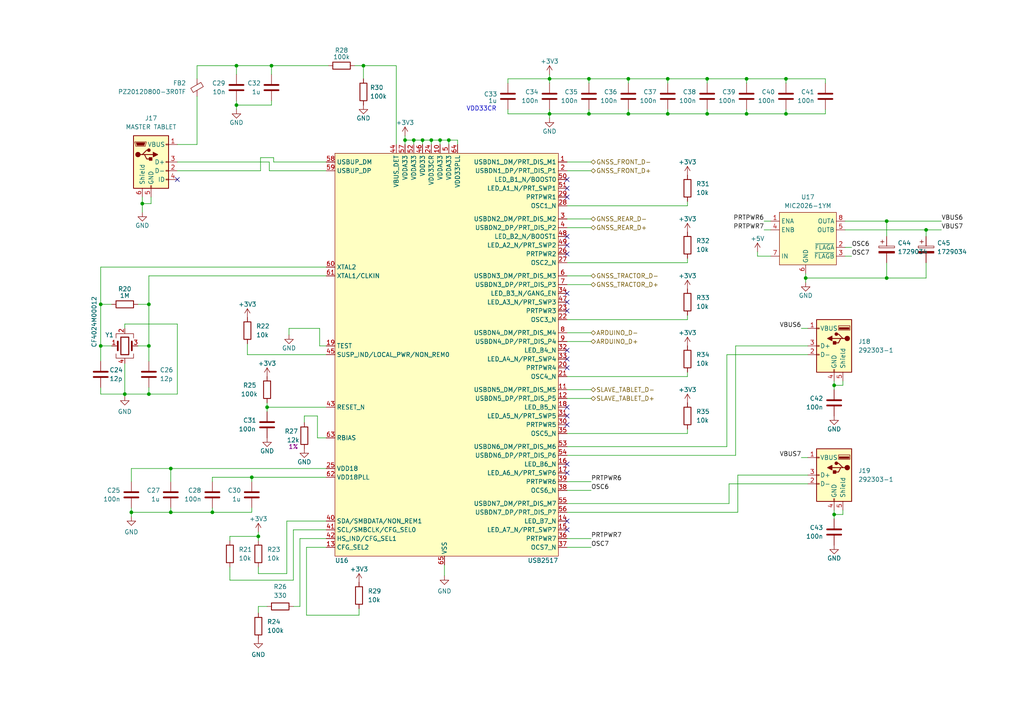
<source format=kicad_sch>
(kicad_sch (version 20230121) (generator eeschema)
  (paper "A4")
  (title_block (title "Tandem Leveller Controller") (date "2025-03-18") (rev "V1.0") (company "(C) andy@britishideas.com 2025") (comment 1 "For personal use only, no commercial use") (comment 2 "Provided as-is, no warranty express or implied. Use at your own risk"))
  (lib_symbols
    (symbol "BritishIdeas2:MIC2026-1YM"
      (property "Reference" "U" (at 1.27 -1.27 0))
      (property "Value" "MIC2026-1YM" (at 16.51 -1.27 0))
      (symbol "MIC2026-1YM_1_1"
        (rectangle (start 0 15.24) (end 16.51 0) (fill (type background)))
        (pin input line (at -2.54 12.7 0) (length 2.54) (name "ENA") (number "1"))
        (pin input line (at 19.05 5.08 180) (length 2.54) (name "~{FLAGA}") (number "2"))
        (pin input line (at 19.05 2.54 180) (length 2.54) (name "~{FLAGB}") (number "3"))
        (pin input line (at -2.54 10.16 0) (length 2.54) (name "ENB") (number "4"))
        (pin output line (at 19.05 10.16 180) (length 2.54) (name "OUTB") (number "5"))
        (pin power_in line (at 7.62 -2.54 90) (length 2.54) (name "GND") (number "6"))
        (pin input line (at -2.54 2.54 0) (length 2.54) (name "IN") (number "7"))
        (pin output line (at 19.05 12.7 180) (length 2.54) (name "OUTA") (number "8"))
      )
    )
    (symbol "BritishIdeas2:USB2517"
      (property "Reference" "U" (at -80.01 -41.91 0))
      (symbol "USB2517_0_0"
        (pin bidirectional line (at -13.97 73.66 180) (length 2.54) (name "USBDN1_DM/PRT_DIS_M1") (number "1"))
        (pin power_in line (at -50.8 78.74 270) (length 2.54) (name "VDDA33") (number "10"))
        (pin bidirectional line (at -13.97 7.62 180) (length 2.54) (name "USBDN5_DM/PRT_DIS_M5") (number "11"))
        (pin bidirectional line (at -13.97 5.08 180) (length 2.54) (name "USBDN5_DP/PRT_DIS_P5") (number "12"))
        (pin input line (at -83.82 -38.1 0) (length 2.54) (name "CFG_SEL2") (number "13"))
        (pin output line (at -13.97 -30.48 180) (length 2.54) (name "LED_B7_N") (number "14"))
        (pin passive line (at -13.97 -33.02 180) (length 2.54) (name "LED_A7_N/PRT_SWP7") (number "15"))
        (pin output line (at -13.97 -13.97 180) (length 2.54) (name "LED_B6_N") (number "16"))
        (pin passive line (at -13.97 -16.51 180) (length 2.54) (name "LED_A6_N/PRT_SWP6") (number "17"))
        (pin output line (at -13.97 2.54 180) (length 2.54) (name "LED_B5_N") (number "18"))
        (pin input line (at -83.82 20.32 0) (length 2.54) (name "TEST") (number "19"))
        (pin bidirectional line (at -13.97 71.12 180) (length 2.54) (name "USBDN1_DP/PRT_DIS_P1") (number "2"))
        (pin passive line (at -13.97 13.97 180) (length 2.54) (name "PRTPWR4") (number "20"))
        (pin passive line (at -13.97 11.43 180) (length 2.54) (name "OSC4_N") (number "21"))
        (pin passive line (at -13.97 27.94 180) (length 2.54) (name "OSC3_N") (number "22"))
        (pin passive line (at -13.97 30.48 180) (length 2.54) (name "PRTPWR3") (number "23"))
        (pin passive line (at -53.34 78.74 270) (length 2.54) (name "VDD33CR") (number "24"))
        (pin passive line (at -83.82 -15.24 0) (length 2.54) (name "VDD18") (number "25"))
        (pin passive line (at -13.97 46.99 180) (length 2.54) (name "PRTPWR2") (number "26"))
        (pin passive line (at -13.97 44.45 180) (length 2.54) (name "OSC2_N") (number "27"))
        (pin passive line (at -13.97 60.96 180) (length 2.54) (name "OSC1_N") (number "28"))
        (pin passive line (at -13.97 63.5 180) (length 2.54) (name "PRTPWR1") (number "29"))
        (pin bidirectional line (at -13.97 57.15 180) (length 2.54) (name "USBDN2_DM/PRT_DIS_M2") (number "3"))
        (pin passive line (at -13.97 -2.54 180) (length 2.54) (name "PRTPWR5") (number "30"))
        (pin passive line (at -13.97 0 180) (length 2.54) (name "LED_A5_N/PRT_SWP5") (number "31"))
        (pin output line (at -13.97 19.05 180) (length 2.54) (name "LED_B4_N") (number "32"))
        (pin passive line (at -13.97 16.51 180) (length 2.54) (name "LED_A4_N/PRT_SWP4") (number "33"))
        (pin passive line (at -13.97 35.56 180) (length 2.54) (name "LED_B3_N/GANG_EN") (number "34"))
        (pin passive line (at -13.97 -5.08 180) (length 2.54) (name "OSC5_N") (number "35"))
        (pin passive line (at -13.97 -35.56 180) (length 2.54) (name "PRTPWR7") (number "36"))
        (pin passive line (at -13.97 -38.1 180) (length 2.54) (name "OCS7_N") (number "37"))
        (pin passive line (at -13.97 -21.59 180) (length 2.54) (name "OCS6_N") (number "38"))
        (pin passive line (at -13.97 -19.05 180) (length 2.54) (name "PRTPWR6") (number "39"))
        (pin bidirectional line (at -13.97 54.61 180) (length 2.54) (name "USBDN2_DP/PRT_DIS_P2") (number "4"))
        (pin passive line (at -83.82 -30.48 0) (length 2.54) (name "SDA/SMBDATA/NON_REM1") (number "40"))
        (pin passive line (at -83.82 -33.02 0) (length 2.54) (name "SCL/SMBCLK/CFG_SEL0") (number "41"))
        (pin passive line (at -83.82 -35.56 0) (length 2.54) (name "HS_IND/CFG_SEL1") (number "42"))
        (pin input line (at -83.82 2.54 0) (length 2.54) (name "RESET_N") (number "43"))
        (pin input line (at -63.5 78.74 270) (length 2.54) (name "VBUS_DET") (number "44"))
        (pin passive line (at -83.82 17.78 0) (length 2.54) (name "SUSP_IND/LOCAL_PWR/NON_REM0") (number "45"))
        (pin power_in line (at -55.88 78.74 270) (length 2.54) (name "VDD33") (number "46"))
        (pin passive line (at -13.97 33.02 180) (length 2.54) (name "LED_A3_N/PRT_SWP3") (number "47"))
        (pin passive line (at -13.97 52.07 180) (length 2.54) (name "LED_B2_N/BOOST1") (number "48"))
        (pin passive line (at -13.97 49.53 180) (length 2.54) (name "LED_A2_N/PRT_SWP2") (number "49"))
        (pin power_in line (at -48.26 78.74 270) (length 2.54) (name "VDDA33") (number "5"))
        (pin passive line (at -13.97 68.58 180) (length 2.54) (name "LED_B1_N/BOOST0") (number "50"))
        (pin passive line (at -13.97 66.04 180) (length 2.54) (name "LED_A1_N/PRT_SWP1") (number "51"))
        (pin power_in line (at -58.42 78.74 270) (length 2.54) (name "VDDA33") (number "52"))
        (pin bidirectional line (at -13.97 -8.89 180) (length 2.54) (name "USBDN6_DM/PRT_DIS_M6") (number "53"))
        (pin bidirectional line (at -13.97 -11.43 180) (length 2.54) (name "USBDN6_DP/PRT_DIS_P6") (number "54"))
        (pin bidirectional line (at -13.97 -25.4 180) (length 2.54) (name "USBDN7_DM/PRT_DIS_M7") (number "55"))
        (pin bidirectional line (at -13.97 -27.94 180) (length 2.54) (name "USBDN7_DP/PRT_DIS_P7") (number "56"))
        (pin power_in line (at -60.96 78.74 270) (length 2.54) (name "VDDA33") (number "57"))
        (pin bidirectional line (at -13.97 40.64 180) (length 2.54) (name "USBDN3_DM/PRT_DIS_M3") (number "6"))
        (pin passive line (at -83.82 43.18 0) (length 2.54) (name "XTAL2") (number "60"))
        (pin passive line (at -83.82 40.64 0) (length 2.54) (name "XTAL1/CLKIN") (number "61"))
        (pin passive line (at -83.82 -17.78 0) (length 2.54) (name "VDD18PLL") (number "62"))
        (pin input line (at -83.82 -6.35 0) (length 2.54) (name "RBIAS") (number "63"))
        (pin passive line (at -45.72 78.74 270) (length 2.54) (name "VDD33PLL") (number "64"))
        (pin bidirectional line (at -13.97 38.1 180) (length 2.54) (name "USBDN3_DP/PRT_DIS_P3") (number "7"))
        (pin bidirectional line (at -13.97 24.13 180) (length 2.54) (name "USBDN4_DM/PRT_DIS_M4") (number "8"))
        (pin bidirectional line (at -13.97 21.59 180) (length 2.54) (name "USBDN4_DP/PRT_DIS_P4") (number "9"))
      )
      (symbol "USB2517_1_0"
        (pin bidirectional line (at -83.82 73.66 0) (length 2.54) (name "USBUP_DM") (number "58"))
        (pin bidirectional line (at -83.82 71.12 0) (length 2.54) (name "USBUP_DP") (number "59"))
      )
      (symbol "USB2517_1_1"
        (rectangle (start -81.28 76.2) (end -16.51 -40.64) (fill (type background)))
        (pin power_in line (at -49.53 -43.18 90) (length 2.54) (name "VSS") (number "65"))
      )
    )
    (symbol "Connector:USB_A" (pin_names (offset 1.016))
      (property "Reference" "J" (at -5.08 11.43 0))
      (property "Value" "USB_A" (at -5.08 8.89 0))
      (symbol "USB_A_0_1"
        (rectangle (start -5.08 -7.62) (end 5.08 7.62) (stroke (width 0.254)) (fill (type background)))
        (circle (center -3.81 2.159) (radius 0.635) (stroke (width 0.254)) (fill (type outline)))
        (rectangle (start -1.524 4.826) (end -4.318 5.334) (fill (type outline)))
        (rectangle (start -1.27 4.572) (end -4.572 5.842))
        (circle (center -0.635 3.429) (radius 0.381) (stroke (width 0.254)) (fill (type outline)))
        (rectangle (start -0.127 -7.62) (end 0.127 -6.858))
        (polyline (pts (xy -3.175 2.159) (xy -2.54 2.159) (xy -1.27 3.429) (xy -0.635 3.429)) (stroke (width 0.254)))
        (polyline (pts (xy -2.54 2.159) (xy -1.905 2.159) (xy -1.27 0.889) (xy 0 0.889)) (stroke (width 0.254)))
        (polyline (pts (xy 0.635 2.794) (xy 0.635 1.524) (xy 1.905 2.159) (xy 0.635 2.794)) (stroke (width 0.254)) (fill (type outline)))
        (rectangle (start 0.254 1.27) (end -0.508 0.508) (stroke (width 0.254)) (fill (type outline)))
        (rectangle (start 5.08 -2.667) (end 4.318 -2.413))
        (rectangle (start 5.08 -0.127) (end 4.318 0.127))
        (rectangle (start 5.08 4.953) (end 4.318 5.207))
      )
      (symbol "USB_A_1_1"
        (polyline (pts (xy -1.905 2.159) (xy 0.635 2.159)) (stroke (width 0.254)))
        (pin power_in line (at 7.62 5.08 180) (length 2.54) (name "VBUS") (number "1"))
        (pin bidirectional line (at 7.62 -2.54 180) (length 2.54) (name "D-") (number "2"))
        (pin bidirectional line (at 7.62 0 180) (length 2.54) (name "D+") (number "3"))
        (pin power_in line (at 0 -10.16 90) (length 2.54) (name "GND") (number "4"))
        (pin passive line (at -2.54 -10.16 90) (length 2.54) (name "Shield") (number "5"))
      )
    )
    (symbol "Connector:USB_B_Mini" (pin_names (offset 1.016))
      (property "Reference" "J" (at -5.08 11.43 0))
      (property "Value" "USB_B_Mini" (at -5.08 8.89 0))
      (symbol "USB_B_Mini_0_1"
        (rectangle (start -5.08 -7.62) (end 5.08 7.62) (stroke (width 0.254)) (fill (type background)))
        (circle (center -3.81 2.159) (radius 0.635) (stroke (width 0.254)) (fill (type outline)))
        (circle (center -0.635 3.429) (radius 0.381) (stroke (width 0.254)) (fill (type outline)))
        (rectangle (start -0.127 -7.62) (end 0.127 -6.858))
        (polyline (pts (xy -1.905 2.159) (xy 0.635 2.159)) (stroke (width 0.254)))
        (polyline (pts (xy -3.175 2.159) (xy -2.54 2.159) (xy -1.27 3.429) (xy -0.635 3.429)) (stroke (width 0.254)))
        (polyline (pts (xy -2.54 2.159) (xy -1.905 2.159) (xy -1.27 0.889) (xy 0 0.889)) (stroke (width 0.254)))
        (polyline (pts (xy 0.635 2.794) (xy 0.635 1.524) (xy 1.905 2.159) (xy 0.635 2.794)) (stroke (width 0.254)) (fill (type outline)))
        (polyline (pts (xy -4.318 5.588) (xy -1.778 5.588) (xy -2.032 4.826) (xy -4.064 4.826) (xy -4.318 5.588)) (fill (type outline)))
        (polyline (pts (xy -4.699 5.842) (xy -4.699 5.588) (xy -4.445 4.826) (xy -4.445 4.572) (xy -1.651 4.572) (xy -1.651 4.826) (xy -1.397 5.588) (xy -1.397 5.842) (xy -4.699 5.842)))
        (rectangle (start 0.254 1.27) (end -0.508 0.508) (stroke (width 0.254)) (fill (type outline)))
        (rectangle (start 5.08 -5.207) (end 4.318 -4.953))
        (rectangle (start 5.08 -2.667) (end 4.318 -2.413))
        (rectangle (start 5.08 -0.127) (end 4.318 0.127))
        (rectangle (start 5.08 4.953) (end 4.318 5.207))
      )
      (symbol "USB_B_Mini_1_1"
        (pin power_out line (at 7.62 5.08 180) (length 2.54) (name "VBUS") (number "1"))
        (pin bidirectional line (at 7.62 -2.54 180) (length 2.54) (name "D-") (number "2"))
        (pin bidirectional line (at 7.62 0 180) (length 2.54) (name "D+") (number "3"))
        (pin passive line (at 7.62 -5.08 180) (length 2.54) (name "ID") (number "4"))
        (pin power_out line (at 0 -10.16 90) (length 2.54) (name "GND") (number "5"))
        (pin passive line (at -2.54 -10.16 90) (length 2.54) (name "Shield") (number "6"))
      )
    )
    (symbol "Device:C" (pin_numbers hide) (pin_names (offset 0.254))
      (property "Reference" "C" (at 0.635 2.54 0))
      (property "Value" "C" (at 0.635 -2.54 0))
      (symbol "C_0_1"
        (polyline (pts (xy -2.032 -0.762) (xy 2.032 -0.762)) (stroke (width 0.508)))
        (polyline (pts (xy -2.032 0.762) (xy 2.032 0.762)) (stroke (width 0.508)))
      )
      (symbol "C_1_1"
        (pin passive line (at 0 3.81 270) (length 2.794) (name "~") (number "1"))
        (pin passive line (at 0 -3.81 90) (length 2.794) (name "~") (number "2"))
      )
    )
    (symbol "Device:C_Polarized" (pin_numbers hide) (pin_names (offset 0.254))
      (property "Reference" "C" (at 0.635 2.54 0))
      (property "Value" "C_Polarized" (at 0.635 -2.54 0))
      (symbol "C_Polarized_0_1"
        (rectangle (start -2.286 0.508) (end 2.286 1.016))
        (polyline (pts (xy -1.778 2.286) (xy -0.762 2.286)))
        (polyline (pts (xy -1.27 2.794) (xy -1.27 1.778)))
        (rectangle (start 2.286 -0.508) (end -2.286 -1.016) (fill (type outline)))
      )
      (symbol "C_Polarized_1_1"
        (pin passive line (at 0 3.81 270) (length 2.794) (name "~") (number "1"))
        (pin passive line (at 0 -3.81 90) (length 2.794) (name "~") (number "2"))
      )
    )
    (symbol "Device:Crystal_GND24" (pin_names (offset 1.016) hide)
      (property "Reference" "Y" (at 3.175 5.08 0))
      (property "Value" "Crystal_GND24" (at 3.175 3.175 0))
      (symbol "Crystal_GND24_0_1"
        (rectangle (start -1.143 2.54) (end 1.143 -2.54) (stroke (width 0.3048)))
        (polyline (pts (xy -2.54 0) (xy -2.032 0)))
        (polyline (pts (xy -2.032 -1.27) (xy -2.032 1.27)) (stroke (width 0.508)))
        (polyline (pts (xy 0 -3.81) (xy 0 -3.556)))
        (polyline (pts (xy 0 3.556) (xy 0 3.81)))
        (polyline (pts (xy 2.032 -1.27) (xy 2.032 1.27)) (stroke (width 0.508)))
        (polyline (pts (xy 2.032 0) (xy 2.54 0)))
        (polyline (pts (xy -2.54 -2.286) (xy -2.54 -3.556) (xy 2.54 -3.556) (xy 2.54 -2.286)))
        (polyline (pts (xy -2.54 2.286) (xy -2.54 3.556) (xy 2.54 3.556) (xy 2.54 2.286)))
      )
      (symbol "Crystal_GND24_1_1"
        (pin passive line (at -3.81 0 0) (length 1.27) (name "1") (number "1"))
        (pin passive line (at 0 5.08 270) (length 1.27) (name "2") (number "2"))
        (pin passive line (at 3.81 0 180) (length 1.27) (name "3") (number "3"))
        (pin passive line (at 0 -5.08 90) (length 1.27) (name "4") (number "4"))
      )
    )
    (symbol "Device:FerriteBead_Small" (pin_numbers hide) (pin_names (offset 0))
      (property "Reference" "FB" (at 1.905 1.27 0))
      (property "Value" "FerriteBead_Small" (at 1.905 -1.27 0))
      (symbol "FerriteBead_Small_0_1"
        (polyline (pts (xy 0 -1.27) (xy 0 -0.7874)))
        (polyline (pts (xy 0 0.889) (xy 0 1.2954)))
        (polyline (pts (xy -1.8288 0.2794) (xy -1.1176 1.4986) (xy 1.8288 -0.2032) (xy 1.1176 -1.4224) (xy -1.8288 0.2794)))
      )
      (symbol "FerriteBead_Small_1_1"
        (pin passive line (at 0 2.54 270) (length 1.27) (name "~") (number "1"))
        (pin passive line (at 0 -2.54 90) (length 1.27) (name "~") (number "2"))
      )
    )
    (symbol "Device:R" (pin_numbers hide) (pin_names (offset 0))
      (property "Reference" "R" (at 2.032 0 90))
      (property "Value" "R" (at 0 0 90))
      (symbol "R_0_1"
        (rectangle (start -1.016 -2.54) (end 1.016 2.54) (stroke (width 0.254)))
      )
      (symbol "R_1_1"
        (pin passive line (at 0 3.81 270) (length 1.27) (name "~") (number "1"))
        (pin passive line (at 0 -3.81 90) (length 1.27) (name "~") (number "2"))
      )
    )
    (symbol "power:+3V3" (power) (pin_names (offset 0))
      (property "Value" "+3V3" (at 0 3.556 0))
      (symbol "+3V3_0_1"
        (polyline (pts (xy -0.762 1.27) (xy 0 2.54)))
        (polyline (pts (xy 0 0) (xy 0 2.54)))
        (polyline (pts (xy 0 2.54) (xy 0.762 1.27)))
      )
      (symbol "+3V3_1_1"
        (pin power_in line (at 0 0 90) (length 0) hide (name "+3V3") (number "1"))
      )
    )
    (symbol "power:+5V" (power) (pin_names (offset 0))
      (property "Value" "+5V" (at 0 3.556 0))
      (symbol "+5V_0_1"
        (polyline (pts (xy -0.762 1.27) (xy 0 2.54)))
        (polyline (pts (xy 0 0) (xy 0 2.54)))
        (polyline (pts (xy 0 2.54) (xy 0.762 1.27)))
      )
      (symbol "+5V_1_1"
        (pin power_in line (at 0 0 90) (length 0) hide (name "+5V") (number "1"))
      )
    )
    (symbol "power:GND" (power) (pin_names (offset 0))
      (property "Value" "GND" (at 0 -3.81 0))
      (symbol "GND_0_1"
        (polyline (pts (xy 0 0) (xy 0 -1.27) (xy 1.27 -1.27) (xy 0 -2.54) (xy -1.27 -1.27) (xy 0 -1.27)))
      )
      (symbol "GND_1_1"
        (pin power_in line (at 0 0 270) (length 0) hide (name "GND") (number "1"))
      )
    )
  )
  (junction (at 36.195 114.3))
  (junction (at 29.21 100.33))
  (junction (at 193.675 33.02))
  (junction (at 216.535 22.86))
  (junction (at 257.175 64.135))
  (junction (at 159.385 33.02))
  (junction (at 78.74 19.05))
  (junction (at 193.675 22.86))
  (junction (at 257.175 80.645))
  (junction (at 41.275 59.055))
  (junction (at 77.47 118.11))
  (junction (at 227.965 33.02))
  (junction (at 125.095 40.64))
  (junction (at 170.815 33.02))
  (junction (at 205.105 33.02))
  (junction (at 159.385 22.86))
  (junction (at 182.245 22.86))
  (junction (at 120.015 40.64))
  (junction (at 241.935 149.225))
  (junction (at 127.635 40.64))
  (junction (at 117.475 40.64))
  (junction (at 122.555 40.64))
  (junction (at 205.105 22.86))
  (junction (at 49.53 135.89))
  (junction (at 61.595 148.59))
  (junction (at 43.18 114.3))
  (junction (at 38.1 148.59))
  (junction (at 170.815 22.86))
  (junction (at 29.21 88.265))
  (junction (at 227.965 22.86))
  (junction (at 268.605 66.675))
  (junction (at 105.41 19.05))
  (junction (at 68.58 30.48))
  (junction (at 241.935 111.76))
  (junction (at 216.535 33.02))
  (junction (at 68.58 19.05))
  (junction (at 233.68 80.645))
  (junction (at 73.025 138.43))
  (junction (at 130.175 40.64))
  (junction (at 49.53 148.59))
  (junction (at 43.18 100.33))
  (junction (at 74.93 155.575))
  (junction (at 182.245 33.02))
  (junction (at 43.18 88.265))
  (no_connect (at 164.465 57.15))
  (no_connect (at 51.435 52.07))
  (no_connect (at 164.465 71.12))
  (no_connect (at 164.465 87.63))
  (no_connect (at 164.465 123.19))
  (no_connect (at 164.465 85.09))
  (no_connect (at 164.465 153.67))
  (no_connect (at 164.465 101.6))
  (no_connect (at 164.465 118.11))
  (no_connect (at 164.465 68.58))
  (no_connect (at 164.465 106.68))
  (no_connect (at 164.465 52.07))
  (no_connect (at 164.465 90.17))
  (no_connect (at 164.465 73.66))
  (no_connect (at 164.465 54.61))
  (no_connect (at 164.465 104.14))
  (no_connect (at 164.465 151.13))
  (no_connect (at 164.465 120.65))
  (no_connect (at 164.465 137.16))
  (no_connect (at 164.465 134.62))
  (wire (pts (xy 127.635 40.64) (xy 125.095 40.64)))
  (wire (pts (xy 86.995 156.21) (xy 86.995 175.895)))
  (wire (pts (xy 210.82 129.54) (xy 164.465 129.54)))
  (wire (pts (xy 78.74 19.05) (xy 68.58 19.05)))
  (wire (pts (xy 74.93 175.895) (xy 74.93 177.8)))
  (wire (pts (xy 199.39 125.73) (xy 199.39 124.46)))
  (wire (pts (xy 164.465 92.71) (xy 199.39 92.71)))
  (wire (pts (xy 239.395 33.02) (xy 227.965 33.02)))
  (wire (pts (xy 38.1 135.89) (xy 38.1 139.7)))
  (wire (pts (xy 221.615 64.135) (xy 223.52 64.135)))
  (wire (pts (xy 193.675 22.86) (xy 193.675 24.13)))
  (wire (pts (xy 94.615 156.21) (xy 86.995 156.21)))
  (wire (pts (xy 199.39 76.2) (xy 199.39 74.93)))
  (wire (pts (xy 73.025 148.59) (xy 61.595 148.59)))
  (wire (pts (xy 127.635 40.64) (xy 127.635 41.91)))
  (wire (pts (xy 73.025 138.43) (xy 61.595 138.43)))
  (wire (pts (xy 213.36 132.08) (xy 164.465 132.08)))
  (wire (pts (xy 147.32 22.86) (xy 159.385 22.86)))
  (wire (pts (xy 244.475 110.49) (xy 244.475 111.76)))
  (wire (pts (xy 94.615 158.75) (xy 88.9 158.75)))
  (wire (pts (xy 92.71 95.25) (xy 92.71 100.33)))
  (wire (pts (xy 245.11 66.675) (xy 268.605 66.675)))
  (wire (pts (xy 239.395 31.75) (xy 239.395 33.02)))
  (wire (pts (xy 68.58 21.59) (xy 68.58 19.05)))
  (wire (pts (xy 219.71 73.025) (xy 219.71 74.295)))
  (wire (pts (xy 216.535 22.86) (xy 216.535 24.13)))
  (wire (pts (xy 79.375 46.99) (xy 94.615 46.99)))
  (wire (pts (xy 66.675 155.575) (xy 74.93 155.575)))
  (wire (pts (xy 78.105 46.99) (xy 78.105 49.53)))
  (wire (pts (xy 92.075 127) (xy 94.615 127)))
  (wire (pts (xy 49.53 147.32) (xy 49.53 148.59)))
  (wire (pts (xy 268.605 76.2) (xy 268.605 80.645)))
  (wire (pts (xy 61.595 138.43) (xy 61.595 139.7)))
  (wire (pts (xy 182.245 33.02) (xy 170.815 33.02)))
  (wire (pts (xy 241.935 147.955) (xy 241.935 149.225)))
  (wire (pts (xy 104.14 178.435) (xy 104.14 176.53)))
  (wire (pts (xy 51.435 46.99) (xy 78.105 46.99)))
  (wire (pts (xy 57.15 41.91) (xy 51.435 41.91)))
  (wire (pts (xy 159.385 21.59) (xy 159.385 22.86)))
  (wire (pts (xy 43.18 112.395) (xy 43.18 114.3)))
  (wire (pts (xy 232.41 95.25) (xy 234.315 95.25)))
  (wire (pts (xy 244.475 147.955) (xy 244.475 149.225)))
  (wire (pts (xy 36.195 93.98) (xy 51.435 93.98)))
  (wire (pts (xy 159.385 31.75) (xy 159.385 33.02)))
  (wire (pts (xy 86.995 175.895) (xy 85.09 175.895)))
  (wire (pts (xy 227.965 22.86) (xy 239.395 22.86)))
  (wire (pts (xy 132.715 40.64) (xy 130.175 40.64)))
  (wire (pts (xy 164.465 49.53) (xy 171.45 49.53)))
  (wire (pts (xy 241.935 111.76) (xy 241.935 113.03)))
  (wire (pts (xy 170.815 31.75) (xy 170.815 33.02)))
  (wire (pts (xy 193.675 33.02) (xy 182.245 33.02)))
  (wire (pts (xy 216.535 22.86) (xy 227.965 22.86)))
  (wire (pts (xy 38.1 148.59) (xy 38.1 149.86)))
  (wire (pts (xy 219.71 74.295) (xy 223.52 74.295)))
  (wire (pts (xy 164.465 113.03) (xy 171.45 113.03)))
  (wire (pts (xy 227.965 31.75) (xy 227.965 33.02)))
  (wire (pts (xy 105.41 19.05) (xy 114.935 19.05)))
  (wire (pts (xy 120.015 40.64) (xy 120.015 41.91)))
  (wire (pts (xy 205.105 31.75) (xy 205.105 33.02)))
  (wire (pts (xy 122.555 40.64) (xy 120.015 40.64)))
  (wire (pts (xy 227.965 22.86) (xy 227.965 24.13)))
  (wire (pts (xy 43.815 57.15) (xy 43.815 59.055)))
  (wire (pts (xy 78.74 19.05) (xy 95.25 19.05)))
  (wire (pts (xy 164.465 109.22) (xy 199.39 109.22)))
  (wire (pts (xy 211.455 140.335) (xy 234.315 140.335)))
  (wire (pts (xy 193.675 31.75) (xy 193.675 33.02)))
  (wire (pts (xy 233.68 80.645) (xy 233.68 79.375)))
  (wire (pts (xy 68.58 19.05) (xy 57.15 19.05)))
  (wire (pts (xy 51.435 49.53) (xy 75.565 49.53)))
  (wire (pts (xy 36.195 95.25) (xy 36.195 93.98)))
  (wire (pts (xy 85.09 168.275) (xy 66.675 168.275)))
  (wire (pts (xy 73.025 138.43) (xy 94.615 138.43)))
  (wire (pts (xy 36.195 114.3) (xy 36.195 114.935)))
  (wire (pts (xy 193.675 22.86) (xy 205.105 22.86)))
  (wire (pts (xy 164.465 158.75) (xy 171.45 158.75)))
  (wire (pts (xy 128.905 163.83) (xy 128.905 167.005)))
  (wire (pts (xy 77.47 175.895) (xy 74.93 175.895)))
  (wire (pts (xy 221.615 66.675) (xy 223.52 66.675)))
  (wire (pts (xy 79.375 45.72) (xy 79.375 46.99)))
  (wire (pts (xy 29.21 100.33) (xy 32.385 100.33)))
  (wire (pts (xy 38.1 147.32) (xy 38.1 148.59)))
  (wire (pts (xy 68.58 29.21) (xy 68.58 30.48)))
  (wire (pts (xy 36.195 105.41) (xy 36.195 114.3)))
  (wire (pts (xy 170.815 22.86) (xy 182.245 22.86)))
  (wire (pts (xy 94.615 153.67) (xy 85.09 153.67)))
  (wire (pts (xy 29.21 112.395) (xy 29.21 114.3)))
  (wire (pts (xy 73.025 147.32) (xy 73.025 148.59)))
  (wire (pts (xy 182.245 22.86) (xy 193.675 22.86)))
  (wire (pts (xy 199.39 109.22) (xy 199.39 107.95)))
  (wire (pts (xy 88.9 158.75) (xy 88.9 178.435)))
  (wire (pts (xy 36.195 114.3) (xy 43.18 114.3)))
  (wire (pts (xy 170.815 33.02) (xy 159.385 33.02)))
  (wire (pts (xy 245.11 71.755) (xy 247.015 71.755)))
  (wire (pts (xy 83.185 151.13) (xy 83.185 166.37)))
  (wire (pts (xy 205.105 33.02) (xy 193.675 33.02)))
  (wire (pts (xy 77.47 116.84) (xy 77.47 118.11)))
  (wire (pts (xy 105.41 19.05) (xy 105.41 22.86)))
  (wire (pts (xy 210.82 102.87) (xy 210.82 129.54)))
  (wire (pts (xy 257.175 64.135) (xy 257.175 68.58)))
  (wire (pts (xy 257.175 76.2) (xy 257.175 80.645)))
  (wire (pts (xy 68.58 30.48) (xy 68.58 31.75)))
  (wire (pts (xy 77.47 118.11) (xy 77.47 119.38)))
  (wire (pts (xy 75.565 49.53) (xy 75.565 45.72)))
  (wire (pts (xy 43.815 59.055) (xy 41.275 59.055)))
  (wire (pts (xy 125.095 40.64) (xy 125.095 41.91)))
  (wire (pts (xy 216.535 31.75) (xy 216.535 33.02)))
  (wire (pts (xy 94.615 135.89) (xy 49.53 135.89)))
  (wire (pts (xy 213.36 100.33) (xy 234.315 100.33)))
  (wire (pts (xy 49.53 135.89) (xy 49.53 139.7)))
  (wire (pts (xy 159.385 33.02) (xy 159.385 34.29)))
  (wire (pts (xy 147.32 31.75) (xy 147.32 33.02)))
  (wire (pts (xy 164.465 63.5) (xy 171.45 63.5)))
  (wire (pts (xy 205.105 22.86) (xy 216.535 22.86)))
  (wire (pts (xy 29.21 88.265) (xy 32.385 88.265)))
  (wire (pts (xy 257.175 64.135) (xy 273.05 64.135)))
  (wire (pts (xy 49.53 135.89) (xy 38.1 135.89)))
  (wire (pts (xy 213.995 137.795) (xy 234.315 137.795)))
  (wire (pts (xy 268.605 66.675) (xy 273.05 66.675)))
  (wire (pts (xy 164.465 156.21) (xy 171.45 156.21)))
  (wire (pts (xy 83.185 166.37) (xy 74.93 166.37)))
  (wire (pts (xy 43.18 88.265) (xy 43.18 100.33)))
  (wire (pts (xy 164.465 146.05) (xy 211.455 146.05)))
  (wire (pts (xy 61.595 148.59) (xy 49.53 148.59)))
  (wire (pts (xy 57.15 19.05) (xy 57.15 22.86)))
  (wire (pts (xy 78.105 49.53) (xy 94.615 49.53)))
  (wire (pts (xy 164.465 82.55) (xy 171.45 82.55)))
  (wire (pts (xy 88.9 178.435) (xy 104.14 178.435)))
  (wire (pts (xy 88.265 122.555) (xy 88.265 120.65)))
  (wire (pts (xy 257.175 80.645) (xy 233.68 80.645)))
  (wire (pts (xy 41.275 59.055) (xy 41.275 61.595)))
  (wire (pts (xy 88.265 120.65) (xy 92.075 120.65)))
  (wire (pts (xy 85.09 153.67) (xy 85.09 168.275)))
  (wire (pts (xy 130.175 40.64) (xy 127.635 40.64)))
  (wire (pts (xy 164.465 46.99) (xy 171.45 46.99)))
  (wire (pts (xy 132.715 41.91) (xy 132.715 40.64)))
  (wire (pts (xy 164.465 76.2) (xy 199.39 76.2)))
  (wire (pts (xy 102.87 19.05) (xy 105.41 19.05)))
  (wire (pts (xy 182.245 31.75) (xy 182.245 33.02)))
  (wire (pts (xy 182.245 22.86) (xy 182.245 24.13)))
  (wire (pts (xy 232.41 132.715) (xy 234.315 132.715)))
  (wire (pts (xy 94.615 80.01) (xy 43.18 80.01)))
  (wire (pts (xy 29.21 114.3) (xy 36.195 114.3)))
  (wire (pts (xy 164.465 142.24) (xy 171.45 142.24)))
  (wire (pts (xy 75.565 45.72) (xy 79.375 45.72)))
  (wire (pts (xy 29.21 77.47) (xy 29.21 88.265)))
  (wire (pts (xy 213.36 100.33) (xy 213.36 132.08)))
  (wire (pts (xy 245.11 74.295) (xy 247.015 74.295)))
  (wire (pts (xy 94.615 77.47) (xy 29.21 77.47)))
  (wire (pts (xy 199.39 92.71) (xy 199.39 91.44)))
  (wire (pts (xy 43.18 100.33) (xy 40.005 100.33)))
  (wire (pts (xy 114.935 41.91) (xy 114.935 19.05)))
  (wire (pts (xy 170.815 22.86) (xy 170.815 24.13)))
  (wire (pts (xy 245.11 64.135) (xy 257.175 64.135)))
  (wire (pts (xy 164.465 125.73) (xy 199.39 125.73)))
  (wire (pts (xy 74.93 166.37) (xy 74.93 164.465)))
  (wire (pts (xy 51.435 114.3) (xy 43.18 114.3)))
  (wire (pts (xy 164.465 99.06) (xy 171.45 99.06)))
  (wire (pts (xy 57.15 27.94) (xy 57.15 41.91)))
  (wire (pts (xy 244.475 149.225) (xy 241.935 149.225)))
  (wire (pts (xy 147.32 24.13) (xy 147.32 22.86)))
  (wire (pts (xy 239.395 24.13) (xy 239.395 22.86)))
  (wire (pts (xy 268.605 66.675) (xy 268.605 68.58)))
  (wire (pts (xy 66.675 168.275) (xy 66.675 164.465)))
  (wire (pts (xy 125.095 40.64) (xy 122.555 40.64)))
  (wire (pts (xy 94.615 118.11) (xy 77.47 118.11)))
  (wire (pts (xy 83.82 95.25) (xy 92.71 95.25)))
  (wire (pts (xy 120.015 40.64) (xy 117.475 40.64)))
  (wire (pts (xy 49.53 148.59) (xy 38.1 148.59)))
  (wire (pts (xy 78.74 29.21) (xy 78.74 30.48)))
  (wire (pts (xy 117.475 40.64) (xy 117.475 41.91)))
  (wire (pts (xy 147.32 33.02) (xy 159.385 33.02)))
  (wire (pts (xy 164.465 96.52) (xy 171.45 96.52)))
  (wire (pts (xy 94.615 102.87) (xy 71.755 102.87)))
  (wire (pts (xy 92.71 100.33) (xy 94.615 100.33)))
  (wire (pts (xy 268.605 80.645) (xy 257.175 80.645)))
  (wire (pts (xy 164.465 66.04) (xy 171.45 66.04)))
  (wire (pts (xy 43.18 100.33) (xy 43.18 104.775)))
  (wire (pts (xy 164.465 80.01) (xy 171.45 80.01)))
  (wire (pts (xy 41.275 57.15) (xy 41.275 59.055)))
  (wire (pts (xy 159.385 22.86) (xy 159.385 24.13)))
  (wire (pts (xy 117.475 39.37) (xy 117.475 40.64)))
  (wire (pts (xy 73.025 139.7) (xy 73.025 138.43)))
  (wire (pts (xy 164.465 139.7) (xy 171.45 139.7)))
  (wire (pts (xy 210.82 102.87) (xy 234.315 102.87)))
  (wire (pts (xy 244.475 111.76) (xy 241.935 111.76)))
  (wire (pts (xy 83.82 97.155) (xy 83.82 95.25)))
  (wire (pts (xy 241.935 110.49) (xy 241.935 111.76)))
  (wire (pts (xy 94.615 151.13) (xy 83.185 151.13)))
  (wire (pts (xy 43.18 80.01) (xy 43.18 88.265)))
  (wire (pts (xy 213.995 148.59) (xy 213.995 137.795)))
  (wire (pts (xy 122.555 40.64) (xy 122.555 41.91)))
  (wire (pts (xy 211.455 140.335) (xy 211.455 146.05)))
  (wire (pts (xy 78.74 21.59) (xy 78.74 19.05)))
  (wire (pts (xy 164.465 148.59) (xy 213.995 148.59)))
  (wire (pts (xy 51.435 93.98) (xy 51.435 114.3)))
  (wire (pts (xy 233.68 81.915) (xy 233.68 80.645)))
  (wire (pts (xy 241.935 149.225) (xy 241.935 150.495)))
  (wire (pts (xy 216.535 33.02) (xy 205.105 33.02)))
  (wire (pts (xy 199.39 59.69) (xy 199.39 58.42)))
  (wire (pts (xy 74.93 155.575) (xy 74.93 154.305)))
  (wire (pts (xy 61.595 147.32) (xy 61.595 148.59)))
  (wire (pts (xy 227.965 33.02) (xy 216.535 33.02)))
  (wire (pts (xy 29.21 88.265) (xy 29.21 100.33)))
  (wire (pts (xy 40.005 88.265) (xy 43.18 88.265)))
  (wire (pts (xy 130.175 40.64) (xy 130.175 41.91)))
  (wire (pts (xy 78.74 30.48) (xy 68.58 30.48)))
  (wire (pts (xy 205.105 22.86) (xy 205.105 24.13)))
  (wire (pts (xy 66.675 156.845) (xy 66.675 155.575)))
  (wire (pts (xy 71.755 102.87) (xy 71.755 99.695)))
  (wire (pts (xy 164.465 115.57) (xy 171.45 115.57)))
  (wire (pts (xy 74.93 156.845) (xy 74.93 155.575)))
  (wire (pts (xy 29.21 100.33) (xy 29.21 104.775)))
  (wire (pts (xy 164.465 59.69) (xy 199.39 59.69)))
  (wire (pts (xy 92.075 120.65) (xy 92.075 127)))
  (wire (pts (xy 159.385 22.86) (xy 170.815 22.86)))
  (text "VDD33CR" (at 135.255 32.385 0) (effects (font (size 1.27 1.27)) (justify left bottom)))
  (label "OSC6" (at 171.45 142.24 0))
  (label "VBUS6" (at 232.41 95.25 180))
  (label "OSC7" (at 247.015 74.295 0))
  (label "VBUS7" (at 273.05 66.675 0))
  (label "VBUS6" (at 273.05 64.135 0))
  (label "PRTPWR6" (at 221.615 64.135 180))
  (label "OSC7" (at 171.45 158.75 0))
  (label "PRTPWR7" (at 221.615 66.675 180))
  (label "VBUS7" (at 232.41 132.715 180))
  (label "OSC6" (at 247.015 71.755 0))
  (label "PRTPWR7" (at 171.45 156.21 0))
  (label "PRTPWR6" (at 171.45 139.7 0))
  (hierarchical_label "GNSS_TRACTOR_D-" (shape bidirectional) (at 171.45 80.01 0))
  (hierarchical_label "GNSS_TRACTOR_D+" (shape bidirectional) (at 171.45 82.55 0))
  (hierarchical_label "ARDUINO_D+" (shape bidirectional) (at 171.45 99.06 0))
  (hierarchical_label "SLAVE_TABLET_D-" (shape bidirectional) (at 171.45 113.03 0))
  (hierarchical_label "GNSS_FRONT_D+" (shape bidirectional) (at 171.45 49.53 0))
  (hierarchical_label "GNSS_FRONT_D-" (shape bidirectional) (at 171.45 46.99 0))
  (hierarchical_label "SLAVE_TABLET_D+" (shape bidirectional) (at 171.45 115.57 0))
  (hierarchical_label "GNSS_REAR_D+" (shape bidirectional) (at 171.45 66.04 0))
  (hierarchical_label "GNSS_REAR_D-" (shape bidirectional) (at 171.45 63.5 0))
  (hierarchical_label "ARDUINO_D-" (shape bidirectional) (at 171.45 96.52 0))
  (symbol (lib_id "power:GND") (at 36.195 114.935 0) (unit 1)
    (property "Reference" "#PWR057" (effects hide))
    (property "Value" "GND" (at 36.195 119.38 0))
  )
  (symbol (lib_id "power:GND") (at 68.58 31.75 0) (unit 1)
    (property "Reference" "#PWR060" (effects hide))
    (property "Value" "GND" (at 68.58 35.56 0))
  )
  (symbol (lib_id "power:GND") (at 38.1 149.86 0) (unit 1)
    (property "Reference" "#PWR058" (effects hide))
    (property "Value" "GND" (at 38.1 154.305 0))
  )
  (symbol (lib_id "Device:R") (at 36.195 88.265 90) (unit 1)
    (property "Reference" "R20" (at 36.195 83.82 90))
    (property "Value" "1M" (at 36.195 85.725 90))
    (property "Footprint" "Resistor_SMD:R_0805_2012Metric" (effects hide))
    (property "LCSC" "C17514" (effects hide))
  )
  (symbol (lib_id "Device:R") (at 88.265 126.365 0) (unit 1)
    (property "Reference" "R27" (at 82.55 125.095 0) (effects (justify left)))
    (property "Value" "12k" (at 83.185 127.635 0) (effects (justify left)))
    (property "Footprint" "Resistor_SMD:R_0805_2012Metric" (effects hide))
    (property "Tolerance" "1%" (at 85.09 129.54 0))
    (property "LCSC" "C17444" (effects hide))
  )
  (symbol (lib_id "Device:FerriteBead_Small") (at 57.15 25.4 0) (mirror y) (unit 1)
    (property "Reference" "FB2" (at 53.975 24.0919 0) (effects (justify left)))
    (property "Value" "PZ2012D800-3R0TF" (at 53.975 26.6319 0) (effects (justify left)))
    (property "Footprint" "Resistor_SMD:R_0805_2012Metric" (effects hide))
    (property "manf#" "PZ2012D800-3R0TF" (effects hide))
    (property "LCSC" "C12389" (effects hide))
  )
  (symbol (lib_id "Device:C") (at 78.74 25.4 0) (mirror y) (unit 1)
    (property "Reference" "C32" (at 71.755 24.13 0) (effects (justify right)))
    (property "Value" "1u" (at 73.025 26.67 0) (effects (justify right)))
    (property "Footprint" "Capacitor_SMD:C_0805_2012Metric" (effects hide))
    (property "LCSC" "C24123" (effects hide))
  )
  (symbol (lib_id "Device:C") (at 159.385 27.94 0) (mirror y) (unit 1)
    (property "Reference" "C34" (at 156.21 26.6699 0) (effects (justify left)))
    (property "Value" "100n" (at 156.21 29.2099 0) (effects (justify left)))
    (property "Footprint" "Capacitor_SMD:C_0805_2012Metric" (effects hide))
    (property "LCSC" "C1711" (effects hide))
  )
  (symbol (lib_id "Device:C") (at 239.395 27.94 0) (mirror y) (unit 1)
    (property "Reference" "C41" (at 236.22 26.6699 0) (effects (justify left)))
    (property "Value" "100n" (at 236.22 29.2099 0) (effects (justify left)))
    (property "Footprint" "Capacitor_SMD:C_0805_2012Metric" (effects hide))
    (property "LCSC" "C1711" (effects hide))
  )
  (symbol (lib_id "Device:R") (at 74.93 160.655 0) (unit 1)
    (property "Reference" "R23" (at 77.47 159.385 0) (effects (justify left)))
    (property "Value" "10k" (at 77.47 161.925 0) (effects (justify left)))
    (property "Footprint" "Resistor_SMD:R_0805_2012Metric" (effects hide))
    (property "LCSC" "C17414" (effects hide))
  )
  (symbol (lib_id "power:GND") (at 105.41 30.48 0) (unit 1)
    (property "Reference" "#PWR069" (effects hide))
    (property "Value" "GND" (at 105.41 34.29 0))
  )
  (symbol (lib_id "Device:R") (at 199.39 54.61 0) (unit 1)
    (property "Reference" "R31" (at 201.93 53.34 0) (effects (justify left)))
    (property "Value" "10k" (at 201.93 55.88 0) (effects (justify left)))
    (property "Footprint" "Resistor_SMD:R_0805_2012Metric" (effects hide))
    (property "LCSC" "C17414" (effects hide))
  )
  (symbol (lib_id "Device:C") (at 241.935 154.305 0) (mirror y) (unit 1)
    (property "Reference" "C43" (at 238.76 153.0349 0) (effects (justify left)))
    (property "Value" "100n" (at 238.76 155.5749 0) (effects (justify left)))
    (property "Footprint" "Capacitor_SMD:C_0805_2012Metric" (effects hide))
    (property "LCSC" "C1711" (effects hide))
  )
  (symbol (lib_id "power:+3V3") (at 104.14 168.91 0) (unit 1)
    (property "Reference" "#PWR068" (effects hide))
    (property "Value" "+3V3" (at 104.14 165.1 0))
  )
  (symbol (lib_id "power:GND") (at 83.82 97.155 0) (unit 1)
    (property "Reference" "#PWR066" (effects hide))
    (property "Value" "GND" (at 83.82 100.965 0))
  )
  (symbol (lib_id "Device:C_Polarized") (at 268.605 72.39 0) (unit 1)
    (property "Reference" "C45" (at 271.78 70.485 0) (effects (justify left)))
    (property "Value" "1729034" (at 271.78 73.025 0) (effects (justify left)))
    (property "Footprint" "Capacitor_SMD:CP_Elec_6.3x5.9" (effects hide))
    (property "manf#" "UUD1C101MCL1GS" (effects hide))
    (property "LCSC" "C340733" (effects hide))
  )
  (symbol (lib_id "Device:C") (at 227.965 27.94 0) (mirror y) (unit 1)
    (property "Reference" "C40" (at 224.79 26.6699 0) (effects (justify left)))
    (property "Value" "100n" (at 224.79 29.2099 0) (effects (justify left)))
    (property "Footprint" "Capacitor_SMD:C_0805_2012Metric" (effects hide))
    (property "LCSC" "C1711" (effects hide))
  )
  (symbol (lib_id "Device:R") (at 71.755 95.885 0) (unit 1)
    (property "Reference" "R22" (at 74.295 94.615 0) (effects (justify left)))
    (property "Value" "10k" (at 74.295 97.155 0) (effects (justify left)))
    (property "Footprint" "Resistor_SMD:R_0805_2012Metric" (effects hide))
    (property "LCSC" "C17414" (effects hide))
  )
  (symbol (lib_id "Device:C") (at 38.1 143.51 0) (mirror y) (unit 1)
    (property "Reference" "C25" (at 34.925 142.2399 0) (effects (justify left)))
    (property "Value" "100n" (at 34.925 144.7799 0) (effects (justify left)))
    (property "Footprint" "Capacitor_SMD:C_0805_2012Metric" (effects hide))
    (property "LCSC" "C1711" (effects hide))
  )
  (symbol (lib_id "power:+3V3") (at 199.39 67.31 0) (unit 1)
    (property "Reference" "#PWR075" (effects hide))
    (property "Value" "+3V3" (at 199.39 63.5 0))
  )
  (symbol (lib_id "Connector:USB_B_Mini") (at 43.815 46.99 0) (unit 1)
    (property "Reference" "J17" (at 43.815 34.29 0))
    (property "Value" "MASTER TABLET" (at 43.815 36.83 0))
    (property "Footprint" "Connector_USB:USB_Micro-B_Amphenol_10103594-0001LF_Horizontal" (effects hide))
    (property "manf#" "10103594-0001LF" (effects hide))
    (property "LCSC" "C428495" (effects hide))
  )
  (symbol (lib_id "Device:C") (at 29.21 108.585 0) (mirror y) (unit 1)
    (property "Reference" "C24" (at 31.75 107.315 0) (effects (justify right)))
    (property "Value" "12p" (at 31.75 109.855 0) (effects (justify right)))
    (property "Footprint" "Capacitor_SMD:C_0805_2012Metric" (effects hide))
    (property "LCSC" "C1792" (effects hide))
  )
  (symbol (lib_id "Device:C") (at 193.675 27.94 0) (mirror y) (unit 1)
    (property "Reference" "C37" (at 190.5 26.6699 0) (effects (justify left)))
    (property "Value" "100n" (at 190.5 29.2099 0) (effects (justify left)))
    (property "Footprint" "Capacitor_SMD:C_0805_2012Metric" (effects hide))
    (property "LCSC" "C1711" (effects hide))
  )
  (symbol (lib_id "power:GND") (at 159.385 34.29 0) (unit 1)
    (property "Reference" "#PWR073" (effects hide))
    (property "Value" "GND" (at 159.385 38.1 0))
  )
  (symbol (lib_id "Device:C") (at 43.18 108.585 0) (unit 1)
    (property "Reference" "C26" (at 46.355 107.315 0) (effects (justify left)))
    (property "Value" "12p" (at 46.355 109.855 0) (effects (justify left)))
    (property "Footprint" "Capacitor_SMD:C_0805_2012Metric" (effects hide))
    (property "LCSC" "C1792" (effects hide))
  )
  (symbol (lib_id "power:GND") (at 77.47 127 0) (unit 1)
    (property "Reference" "#PWR065" (effects hide))
    (property "Value" "GND" (at 77.47 130.81 0))
  )
  (symbol (lib_id "Device:C") (at 147.32 27.94 0) (mirror y) (unit 1)
    (property "Reference" "C33" (at 140.335 27.305 0) (effects (justify right)))
    (property "Value" "1u" (at 141.605 29.21 0) (effects (justify right)))
    (property "Footprint" "Capacitor_SMD:C_0805_2012Metric" (effects hide))
    (property "LCSC" "C24123" (effects hide))
  )
  (symbol (lib_id "Connector:USB_A") (at 241.935 137.795 0) (mirror y) (unit 1)
    (property "Reference" "J19" (at 248.92 136.525 0) (effects (justify right)))
    (property "Value" "292303-1" (at 248.92 139.065 0) (effects (justify right)))
    (property "Footprint" "Britishideas:292303-1" (effects hide))
    (property "Datasheet" " ~" (effects hide))
    (property "LCSC" "C86461" (effects hide))
    (property "manf#" "292303-1" (effects hide))
  )
  (symbol (lib_id "Device:R") (at 199.39 87.63 0) (unit 1)
    (property "Reference" "R33" (at 201.93 86.36 0) (effects (justify left)))
    (property "Value" "10k" (at 201.93 88.9 0) (effects (justify left)))
    (property "Footprint" "Resistor_SMD:R_0805_2012Metric" (effects hide))
    (property "LCSC" "C17414" (effects hide))
  )
  (symbol (lib_id "power:+3V3") (at 199.39 50.8 0) (unit 1)
    (property "Reference" "#PWR074" (effects hide))
    (property "Value" "+3V3" (at 199.39 46.99 0))
  )
  (symbol (lib_id "power:+3V3") (at 199.39 116.84 0) (unit 1)
    (property "Reference" "#PWR078" (effects hide))
    (property "Value" "+3V3" (at 199.39 113.03 0))
  )
  (symbol (lib_id "power:+3V3") (at 71.755 92.075 0) (unit 1)
    (property "Reference" "#PWR061" (effects hide))
    (property "Value" "+3V3" (at 71.755 88.265 0))
  )
  (symbol (lib_id "power:+5V") (at 219.71 73.025 0) (unit 1)
    (property "Reference" "#PWR079" (effects hide))
    (property "Value" "+5V" (at 219.71 69.215 0))
  )
  (symbol (lib_id "power:+3V3") (at 199.39 83.82 0) (unit 1)
    (property "Reference" "#PWR076" (effects hide))
    (property "Value" "+3V3" (at 199.39 80.01 0))
  )
  (symbol (lib_id "power:+3V3") (at 117.475 39.37 0) (unit 1)
    (property "Reference" "#PWR070" (effects hide))
    (property "Value" "+3V3" (at 117.475 35.56 0))
  )
  (symbol (lib_id "Device:C") (at 73.025 143.51 0) (mirror y) (unit 1)
    (property "Reference" "C30" (at 66.04 142.24 0) (effects (justify right)))
    (property "Value" "1u" (at 67.31 144.78 0) (effects (justify right)))
    (property "Footprint" "Capacitor_SMD:C_0805_2012Metric" (effects hide))
    (property "LCSC" "C24123" (effects hide))
  )
  (symbol (lib_id "Device:C") (at 205.105 27.94 0) (mirror y) (unit 1)
    (property "Reference" "C38" (at 201.93 26.6699 0) (effects (justify left)))
    (property "Value" "100n" (at 201.93 29.2099 0) (effects (justify left)))
    (property "Footprint" "Capacitor_SMD:C_0805_2012Metric" (effects hide))
    (property "LCSC" "C1711" (effects hide))
  )
  (symbol (lib_id "BritishIdeas2:MIC2026-1YM") (at 226.06 76.835 0) (unit 1)
    (property "Reference" "U17" (at 234.315 57.15 0))
    (property "Value" "MIC2026-1YM" (at 234.315 59.69 0))
    (property "Footprint" "Package_SO:SOIC-8_3.9x4.9mm_P1.27mm" (effects hide))
    (property "LCSC" "C144190" (effects hide))
  )
  (symbol (lib_id "power:GND") (at 128.905 167.005 0) (unit 1)
    (property "Reference" "#PWR071" (effects hide))
    (property "Value" "GND" (at 128.905 171.45 0))
  )
  (symbol (lib_id "Device:C") (at 68.58 25.4 0) (mirror y) (unit 1)
    (property "Reference" "C29" (at 65.405 24.1299 0) (effects (justify left)))
    (property "Value" "10n" (at 65.405 26.6699 0) (effects (justify left)))
    (property "Footprint" "Capacitor_SMD:C_0805_2012Metric" (effects hide))
    (property "LCSC" "C1710" (effects hide))
  )
  (symbol (lib_id "power:+3V3") (at 159.385 21.59 0) (unit 1)
    (property "Reference" "#PWR072" (effects hide))
    (property "Value" "+3V3" (at 159.385 17.78 0))
  )
  (symbol (lib_id "Device:R") (at 199.39 71.12 0) (unit 1)
    (property "Reference" "R32" (at 201.93 69.85 0) (effects (justify left)))
    (property "Value" "10k" (at 201.93 72.39 0) (effects (justify left)))
    (property "Footprint" "Resistor_SMD:R_0805_2012Metric" (effects hide))
    (property "LCSC" "C17414" (effects hide))
  )
  (symbol (lib_id "power:GND") (at 241.935 158.115 0) (unit 1)
    (property "Reference" "#PWR082" (effects hide))
    (property "Value" "GND" (at 241.935 161.925 0))
  )
  (symbol (lib_id "Device:R") (at 199.39 104.14 0) (unit 1)
    (property "Reference" "R34" (at 201.93 102.87 0) (effects (justify left)))
    (property "Value" "10k" (at 201.93 105.41 0) (effects (justify left)))
    (property "Footprint" "Resistor_SMD:R_0805_2012Metric" (effects hide))
    (property "LCSC" "C17414" (effects hide))
  )
  (symbol (lib_id "Device:R") (at 105.41 26.67 0) (unit 1)
    (property "Reference" "R30" (at 107.315 25.4 0) (effects (justify left)))
    (property "Value" "100k" (at 107.315 27.94 0) (effects (justify left)))
    (property "Footprint" "Resistor_SMD:R_0805_2012Metric" (effects hide))
    (property "LCSC" "C17407" (effects hide))
  )
  (symbol (lib_id "Device:R") (at 104.14 172.72 0) (unit 1)
    (property "Reference" "R29" (at 106.68 171.45 0) (effects (justify left)))
    (property "Value" "10k" (at 106.68 173.99 0) (effects (justify left)))
    (property "Footprint" "Resistor_SMD:R_0805_2012Metric" (effects hide))
    (property "LCSC" "C17414" (effects hide))
  )
  (symbol (lib_id "Device:R") (at 66.675 160.655 0) (unit 1)
    (property "Reference" "R21" (at 69.215 159.385 0) (effects (justify left)))
    (property "Value" "10k" (at 69.215 161.925 0) (effects (justify left)))
    (property "Footprint" "Resistor_SMD:R_0805_2012Metric" (effects hide))
    (property "LCSC" "C17414" (effects hide))
  )
  (symbol (lib_id "Device:R") (at 81.28 175.895 90) (unit 1)
    (property "Reference" "R26" (at 81.28 170.18 90))
    (property "Value" "330" (at 81.28 172.72 90))
    (property "Footprint" "Resistor_SMD:R_0805_2012Metric" (effects hide))
    (property "LCSC" "C17630" (effects hide))
  )
  (symbol (lib_id "Device:C") (at 77.47 123.19 0) (mirror y) (unit 1)
    (property "Reference" "C31" (at 70.485 121.92 0) (effects (justify right)))
    (property "Value" "100n" (at 69.215 124.46 0) (effects (justify right)))
    (property "Footprint" "Capacitor_SMD:C_0805_2012Metric" (effects hide))
    (property "LCSC" "C1711" (effects hide))
  )
  (symbol (lib_id "Device:Crystal_GND24") (at 36.195 100.33 0) (unit 1)
    (property "Reference" "Y1" (at 31.75 97.155 0))
    (property "Value" "CF4024M00012" (at 27.305 93.345 90))
    (property "Footprint" "Britishideas:FA-238" (effects hide))
    (property "manf#" "CF4024M00012" (effects hide))
    (property "LCSC" "C5765976" (effects hide))
  )
  (symbol (lib_id "power:+3V3") (at 199.39 100.33 0) (unit 1)
    (property "Reference" "#PWR077" (effects hide))
    (property "Value" "+3V3" (at 199.39 96.52 0))
  )
  (symbol (lib_id "Device:C") (at 216.535 27.94 0) (mirror y) (unit 1)
    (property "Reference" "C39" (at 213.36 26.6699 0) (effects (justify left)))
    (property "Value" "100n" (at 213.36 29.2099 0) (effects (justify left)))
    (property "Footprint" "Capacitor_SMD:C_0805_2012Metric" (effects hide))
    (property "LCSC" "C1711" (effects hide))
  )
  (symbol (lib_id "power:GND") (at 74.93 185.42 0) (unit 1)
    (property "Reference" "#PWR063" (effects hide))
    (property "Value" "GND" (at 74.93 189.865 0))
  )
  (symbol (lib_id "power:GND") (at 241.935 120.65 0) (unit 1)
    (property "Reference" "#PWR081" (effects hide))
    (property "Value" "GND" (at 241.935 124.46 0))
  )
  (symbol (lib_id "Device:C") (at 182.245 27.94 0) (mirror y) (unit 1)
    (property "Reference" "C36" (at 179.07 26.6699 0) (effects (justify left)))
    (property "Value" "100n" (at 179.07 29.2099 0) (effects (justify left)))
    (property "Footprint" "Capacitor_SMD:C_0805_2012Metric" (effects hide))
    (property "LCSC" "C1711" (effects hide))
  )
  (symbol (lib_id "Device:C") (at 61.595 143.51 0) (mirror y) (unit 1)
    (property "Reference" "C28" (at 58.42 142.2399 0) (effects (justify left)))
    (property "Value" "100n" (at 58.42 144.7799 0) (effects (justify left)))
    (property "Footprint" "Capacitor_SMD:C_0805_2012Metric" (effects hide))
    (property "LCSC" "C1711" (effects hide))
  )
  (symbol (lib_id "power:+3V3") (at 74.93 154.305 0) (unit 1)
    (property "Reference" "#PWR062" (effects hide))
    (property "Value" "+3V3" (at 74.93 150.495 0))
  )
  (symbol (lib_id "BritishIdeas2:USB2517") (at 178.435 120.65 0) (unit 1)
    (property "Reference" "U16" (at 97.155 162.56 0) (effects (justify left)))
    (property "Value" "USB2517" (at 157.48 162.56 0))
    (property "Footprint" "Package_DFN_QFN:QFN-64-1EP_9x9mm_P0.5mm_EP4.7x4.7mm_ThermalVias" (effects hide))
    (property "LCSC" "C1521556" (effects hide))
  )
  (symbol (lib_id "Device:C") (at 241.935 116.84 0) (mirror y) (unit 1)
    (property "Reference" "C42" (at 238.76 115.5699 0) (effects (justify left)))
    (property "Value" "100n" (at 238.76 118.1099 0) (effects (justify left)))
    (property "Footprint" "Capacitor_SMD:C_0805_2012Metric" (effects hide))
    (property "LCSC" "C1711" (effects hide))
  )
  (symbol (lib_id "Connector:USB_A") (at 241.935 100.33 0) (mirror y) (unit 1)
    (property "Reference" "J18" (at 248.92 99.06 0) (effects (justify right)))
    (property "Value" "292303-1" (at 248.92 101.6 0) (effects (justify right)))
    (property "Footprint" "Britishideas:292303-1" (effects hide))
    (property "Datasheet" " ~" (effects hide))
    (property "LCSC" "C86461" (effects hide))
    (property "manf#" "292303-1" (effects hide))
  )
  (symbol (lib_id "Device:C_Polarized") (at 257.175 72.39 0) (unit 1)
    (property "Reference" "C44" (at 260.35 70.485 0) (effects (justify left)))
    (property "Value" "1729034" (at 260.35 73.025 0) (effects (justify left)))
    (property "Footprint" "Capacitor_SMD:CP_Elec_6.3x5.9" (effects hide))
    (property "manf#" "UUD1C101MCL1GS" (effects hide))
    (property "LCSC" "C340733" (effects hide))
  )
  (symbol (lib_id "power:GND") (at 41.275 61.595 0) (unit 1)
    (property "Reference" "#PWR059" (effects hide))
    (property "Value" "GND" (at 41.275 65.405 0))
  )
  (symbol (lib_id "Device:C") (at 49.53 143.51 0) (mirror y) (unit 1)
    (property "Reference" "C27" (at 42.545 142.24 0) (effects (justify right)))
    (property "Value" "1u" (at 43.815 144.78 0) (effects (justify right)))
    (property "Footprint" "Capacitor_SMD:C_0805_2012Metric" (effects hide))
    (property "LCSC" "C24123" (effects hide))
  )
  (symbol (lib_id "power:GND") (at 88.265 130.175 0) (unit 1)
    (property "Reference" "#PWR067" (effects hide))
    (property "Value" "GND" (at 88.265 133.985 0))
  )
  (symbol (lib_id "power:+3V3") (at 77.47 109.22 0) (unit 1)
    (property "Reference" "#PWR064" (effects hide))
    (property "Value" "+3V3" (at 77.47 105.41 0))
  )
  (symbol (lib_id "Device:R") (at 74.93 181.61 0) (unit 1)
    (property "Reference" "R24" (at 77.47 180.34 0) (effects (justify left)))
    (property "Value" "100k" (at 77.47 182.88 0) (effects (justify left)))
    (property "Footprint" "Resistor_SMD:R_0805_2012Metric" (effects hide))
    (property "LCSC" "C17407" (effects hide))
  )
  (symbol (lib_id "power:GND") (at 233.68 81.915 0) (unit 1)
    (property "Reference" "#PWR080" (effects hide))
    (property "Value" "GND" (at 233.68 85.725 0))
  )
  (symbol (lib_id "Device:C") (at 170.815 27.94 0) (mirror y) (unit 1)
    (property "Reference" "C35" (at 167.64 26.6699 0) (effects (justify left)))
    (property "Value" "100n" (at 167.64 29.2099 0) (effects (justify left)))
    (property "Footprint" "Capacitor_SMD:C_0805_2012Metric" (effects hide))
    (property "LCSC" "C1711" (effects hide))
  )
  (symbol (lib_id "Device:R") (at 77.47 113.03 0) (unit 1)
    (property "Reference" "R25" (at 70.485 111.76 0) (effects (justify left)))
    (property "Value" "100k" (at 69.85 114.3 0) (effects (justify left)))
    (property "Footprint" "Resistor_SMD:R_0805_2012Metric" (effects hide))
    (property "LCSC" "C17407" (effects hide))
  )
  (symbol (lib_id "Device:R") (at 99.06 19.05 90) (unit 1)
    (property "Reference" "R28" (at 99.06 14.605 90))
    (property "Value" "100k" (at 99.06 16.51 90))
    (property "Footprint" "Resistor_SMD:R_0805_2012Metric" (effects hide))
    (property "LCSC" "C17407" (effects hide))
  )
  (symbol (lib_id "Device:R") (at 199.39 120.65 0) (unit 1)
    (property "Reference" "R35" (at 201.93 119.38 0) (effects (justify left)))
    (property "Value" "10k" (at 201.93 121.92 0) (effects (justify left)))
    (property "Footprint" "Resistor_SMD:R_0805_2012Metric" (effects hide))
    (property "LCSC" "C17414" (effects hide))
  )
)
</source>
